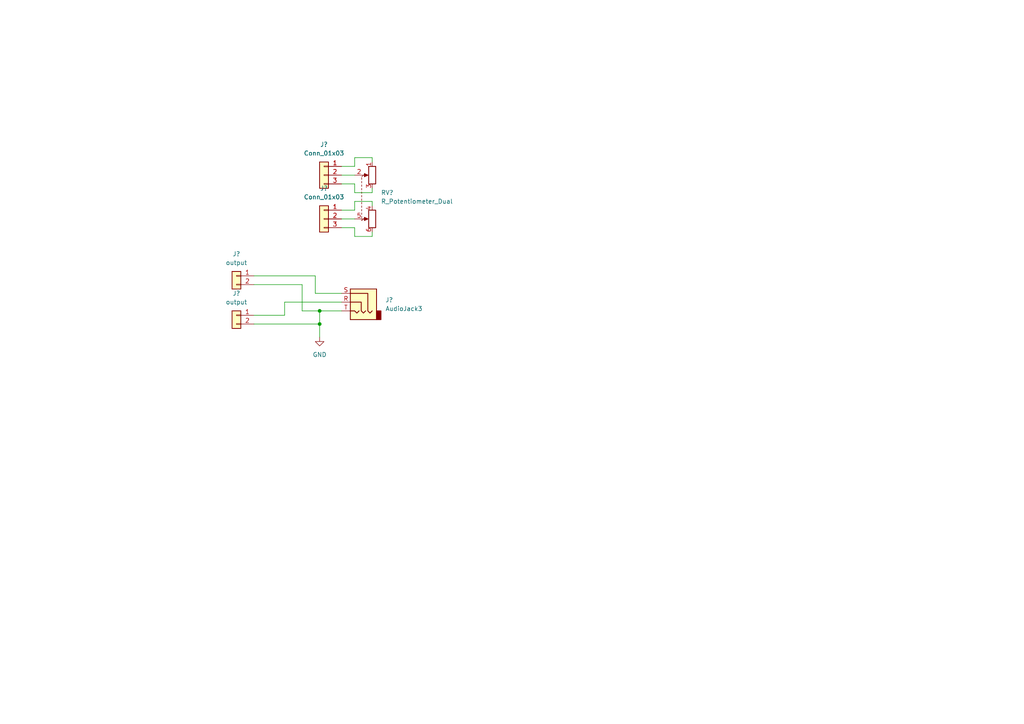
<source format=kicad_sch>
(kicad_sch (version 20211123) (generator eeschema)
  (paper "A4")
  (lib_symbols
    (symbol "Connector:AudioJack3"
      (property "Reference" "J" (at 0 8.89 0))
      (property "Value" "AudioJack3" (at 0 6.35 0))
      (symbol "AudioJack3_0_1"
        (rectangle (start -5.08 -5.08) (end -6.35 -2.54) (stroke (width 0.254)) (fill (type outline)))
        (polyline (pts (xy 0 -2.54) (xy 0.635 -3.175) (xy 1.27 -2.54) (xy 2.54 -2.54)) (stroke (width 0.254)))
        (polyline (pts (xy -1.905 -2.54) (xy -1.27 -3.175) (xy -0.635 -2.54) (xy -0.635 0) (xy 2.54 0)) (stroke (width 0.254)))
        (polyline (pts (xy 2.54 2.54) (xy -2.54 2.54) (xy -2.54 -2.54) (xy -3.175 -3.175) (xy -3.81 -2.54)) (stroke (width 0.254)))
        (rectangle (start 2.54 3.81) (end -5.08 -5.08) (stroke (width 0.254)) (fill (type background)))
      )
      (symbol "AudioJack3_1_1"
        (pin passive line (at 5.08 0 180) (length 2.54) (name "~") (number "R"))
        (pin passive line (at 5.08 2.54 180) (length 2.54) (name "~") (number "S"))
        (pin passive line (at 5.08 -2.54 180) (length 2.54) (name "~") (number "T"))
      )
    )
    (symbol "Connector_Generic:Conn_01x02" (pin_names (offset 1.016) hide)
      (property "Reference" "J" (at 0 2.54 0))
      (property "Value" "Conn_01x02" (at 0 -5.08 0))
      (symbol "Conn_01x02_1_1"
        (rectangle (start -1.27 -2.413) (end 0 -2.667) (stroke (width 0.1524)))
        (rectangle (start -1.27 0.127) (end 0 -0.127) (stroke (width 0.1524)))
        (rectangle (start -1.27 1.27) (end 1.27 -3.81) (stroke (width 0.254)) (fill (type background)))
        (pin passive line (at -5.08 0 0) (length 3.81) (name "Pin_1") (number "1"))
        (pin passive line (at -5.08 -2.54 0) (length 3.81) (name "Pin_2") (number "2"))
      )
    )
    (symbol "Connector_Generic:Conn_01x03" (pin_names (offset 1.016) hide)
      (property "Reference" "J" (at 0 5.08 0))
      (property "Value" "Conn_01x03" (at 0 -5.08 0))
      (symbol "Conn_01x03_1_1"
        (rectangle (start -1.27 -2.413) (end 0 -2.667) (stroke (width 0.1524)))
        (rectangle (start -1.27 0.127) (end 0 -0.127) (stroke (width 0.1524)))
        (rectangle (start -1.27 2.667) (end 0 2.413) (stroke (width 0.1524)))
        (rectangle (start -1.27 3.81) (end 1.27 -3.81) (stroke (width 0.254)) (fill (type background)))
        (pin passive line (at -5.08 2.54 0) (length 3.81) (name "Pin_1") (number "1"))
        (pin passive line (at -5.08 0 0) (length 3.81) (name "Pin_2") (number "2"))
        (pin passive line (at -5.08 -2.54 0) (length 3.81) (name "Pin_3") (number "3"))
      )
    )
    (symbol "Device:R_Potentiometer_Dual" (pin_names (offset 1.016) hide)
      (property "Reference" "RV" (at 0 3.81 0))
      (property "Value" "R_Potentiometer_Dual" (at 0 1.905 0))
      (symbol "R_Potentiometer_Dual_0_1"
        (rectangle (start -8.89 -1.524) (end -3.81 -3.556) (stroke (width 0.254)))
        (polyline (pts (xy -6.35 0) (xy -6.35 -1.016)))
        (polyline (pts (xy -6.35 0) (xy -6.35 -1.016)))
        (polyline (pts (xy -6.35 0) (xy -5.842 0.508)))
        (polyline (pts (xy -5.588 0.508) (xy -5.08 0.508)))
        (polyline (pts (xy -4.572 0.508) (xy -4.064 0.508)))
        (polyline (pts (xy -3.556 0.508) (xy -3.048 0.508)))
        (polyline (pts (xy -2.54 0.508) (xy -2.032 0.508)))
        (polyline (pts (xy -1.524 0.508) (xy -1.016 0.508)))
        (polyline (pts (xy -0.508 0.508) (xy 0 0.508)))
        (polyline (pts (xy 0.508 0.508) (xy 1.016 0.508)))
        (polyline (pts (xy 1.524 0.508) (xy 2.032 0.508)))
        (polyline (pts (xy 2.54 0.508) (xy 3.048 0.508)))
        (polyline (pts (xy 3.556 0.508) (xy 4.064 0.508)))
        (polyline (pts (xy 4.572 0.508) (xy 5.08 0.508)))
        (polyline (pts (xy 5.588 0.508) (xy 6.096 0.508)))
        (polyline (pts (xy 6.35 0) (xy 6.35 -1.016)))
        (polyline (pts (xy 6.35 0) (xy 6.35 -1.016)))
        (polyline (pts (xy 6.604 0.508) (xy 6.858 0.508) (xy 6.35 0)))
        (polyline (pts (xy -6.35 -1.397) (xy -6.858 -0.254) (xy -5.842 -0.254) (xy -6.35 -1.397)) (fill (type outline)))
        (polyline (pts (xy 6.35 -1.397) (xy 5.842 -0.254) (xy 6.858 -0.254) (xy 6.35 -1.397)) (fill (type outline)))
        (rectangle (start 3.81 -1.524) (end 8.89 -3.556) (stroke (width 0.254)))
      )
      (symbol "R_Potentiometer_Dual_1_1"
        (pin passive line (at -10.16 -2.54 0) (length 1.27) (name "1") (number "1"))
        (pin passive line (at -6.35 2.54 270) (length 2.54) (name "2") (number "2"))
        (pin passive line (at -2.54 -2.54 180) (length 1.27) (name "3") (number "3"))
        (pin passive line (at 2.54 -2.54 0) (length 1.27) (name "4") (number "4"))
        (pin passive line (at 6.35 2.54 270) (length 2.54) (name "5") (number "5"))
        (pin passive line (at 10.16 -2.54 180) (length 1.27) (name "6") (number "6"))
      )
    )
    (symbol "power:GND" (power) (pin_names (offset 0))
      (property "Value" "GND" (at 0 -3.81 0))
      (symbol "GND_0_1"
        (polyline (pts (xy 0 0) (xy 0 -1.27) (xy 1.27 -1.27) (xy 0 -2.54) (xy -1.27 -1.27) (xy 0 -1.27)))
      )
      (symbol "GND_1_1"
        (pin power_in line (at 0 0 270) (length 0) hide (name "GND") (number "1"))
      )
    )
  )
  (junction (at 92.71 93.98))
  (junction (at 92.71 90.17))
  (wire (pts (xy 107.95 55.88) (xy 102.87 55.88)))
  (wire (pts (xy 99.06 63.5) (xy 102.87 63.5)))
  (wire (pts (xy 87.63 90.17) (xy 92.71 90.17)))
  (wire (pts (xy 92.71 93.98) (xy 92.71 97.79)))
  (wire (pts (xy 91.44 85.09) (xy 91.44 80.01)))
  (wire (pts (xy 82.55 87.63) (xy 99.06 87.63)))
  (wire (pts (xy 73.66 91.44) (xy 82.55 91.44)))
  (wire (pts (xy 87.63 82.55) (xy 87.63 90.17)))
  (wire (pts (xy 99.06 66.04) (xy 102.87 66.04)))
  (wire (pts (xy 82.55 91.44) (xy 82.55 87.63)))
  (wire (pts (xy 73.66 82.55) (xy 87.63 82.55)))
  (wire (pts (xy 99.06 85.09) (xy 91.44 85.09)))
  (wire (pts (xy 99.06 90.17) (xy 92.71 90.17)))
  (wire (pts (xy 107.95 45.72) (xy 107.95 46.99)))
  (wire (pts (xy 107.95 68.58) (xy 107.95 67.31)))
  (wire (pts (xy 73.66 93.98) (xy 92.71 93.98)))
  (wire (pts (xy 107.95 54.61) (xy 107.95 55.88)))
  (wire (pts (xy 102.87 53.34) (xy 99.06 53.34)))
  (wire (pts (xy 99.06 48.26) (xy 102.87 48.26)))
  (wire (pts (xy 107.95 58.42) (xy 107.95 59.69)))
  (wire (pts (xy 99.06 50.8) (xy 102.87 50.8)))
  (wire (pts (xy 92.71 90.17) (xy 92.71 93.98)))
  (wire (pts (xy 91.44 80.01) (xy 73.66 80.01)))
  (wire (pts (xy 102.87 55.88) (xy 102.87 53.34)))
  (wire (pts (xy 102.87 66.04) (xy 102.87 68.58)))
  (wire (pts (xy 102.87 48.26) (xy 102.87 45.72)))
  (wire (pts (xy 102.87 45.72) (xy 107.95 45.72)))
  (wire (pts (xy 102.87 58.42) (xy 107.95 58.42)))
  (wire (pts (xy 102.87 68.58) (xy 107.95 68.58)))
  (wire (pts (xy 102.87 60.96) (xy 102.87 58.42)))
  (wire (pts (xy 99.06 60.96) (xy 102.87 60.96)))
  (symbol (lib_id "Device:R_Potentiometer_Dual") (at 105.41 57.15 90) (mirror x) (unit 1)
    (property "Reference" "RV?" (at 110.49 55.8799 90) (effects (justify right)))
    (property "Value" "R_Potentiometer_Dual" (at 110.49 58.4199 90) (effects (justify right)))
    (property "Footprint" "Potentiometer_THT:Potentiometer_Alps_RK163_Dual_Horizontal" (effects hide))
  )
  (symbol (lib_id "Connector_Generic:Conn_01x03") (at 93.98 50.8 0) (mirror y) (unit 1)
    (property "Reference" "J?" (at 93.98 41.91 0))
    (property "Value" "Conn_01x03" (at 93.98 44.45 0))
    (property "Footprint" "spdf1626_lib:PinHeader_1x03_P2.54mm" (effects hide))
  )
  (symbol (lib_id "Connector_Generic:Conn_01x03") (at 93.98 63.5 0) (mirror y) (unit 1)
    (property "Reference" "J?" (at 93.98 54.61 0))
    (property "Value" "Conn_01x03" (at 93.98 57.15 0))
    (property "Footprint" "spdf1626_lib:PinHeader_1x03_P2.54mm" (effects hide))
  )
  (symbol (lib_id "power:GND") (at 92.71 97.79 0) (unit 1)
    (property "Reference" "#PWR?" (effects hide))
    (property "Value" "GND" (at 92.71 102.87 0))
  )
  (symbol (lib_id "Connector_Generic:Conn_01x02") (at 68.58 91.44 0) (mirror y) (unit 1)
    (property "Reference" "J?" (at 68.58 85.09 0))
    (property "Value" "output" (at 68.58 87.63 0))
    (property "Footprint" "spdf1626_lib:PinHeader_1x02_P2.54mm" (effects hide))
  )
  (symbol (lib_id "Connector_Generic:Conn_01x02") (at 68.58 80.01 0) (mirror y) (unit 1)
    (property "Reference" "J?" (at 68.58 73.66 0))
    (property "Value" "output" (at 68.58 76.2 0))
    (property "Footprint" "spdf1626_lib:PinHeader_1x02_P2.54mm" (effects hide))
  )
  (symbol (lib_id "Connector:AudioJack3") (at 104.14 87.63 0) (mirror y) (unit 1)
    (property "Reference" "J?" (at 111.76 86.9949 0) (effects (justify right)))
    (property "Value" "AudioJack3" (at 111.76 89.5349 0) (effects (justify right)))
    (property "Footprint" "Connector_Audio:Jack_6.35mm_Neutrik_NMJ6HHD2_Horizontal" (effects hide))
  )
)
</source>
